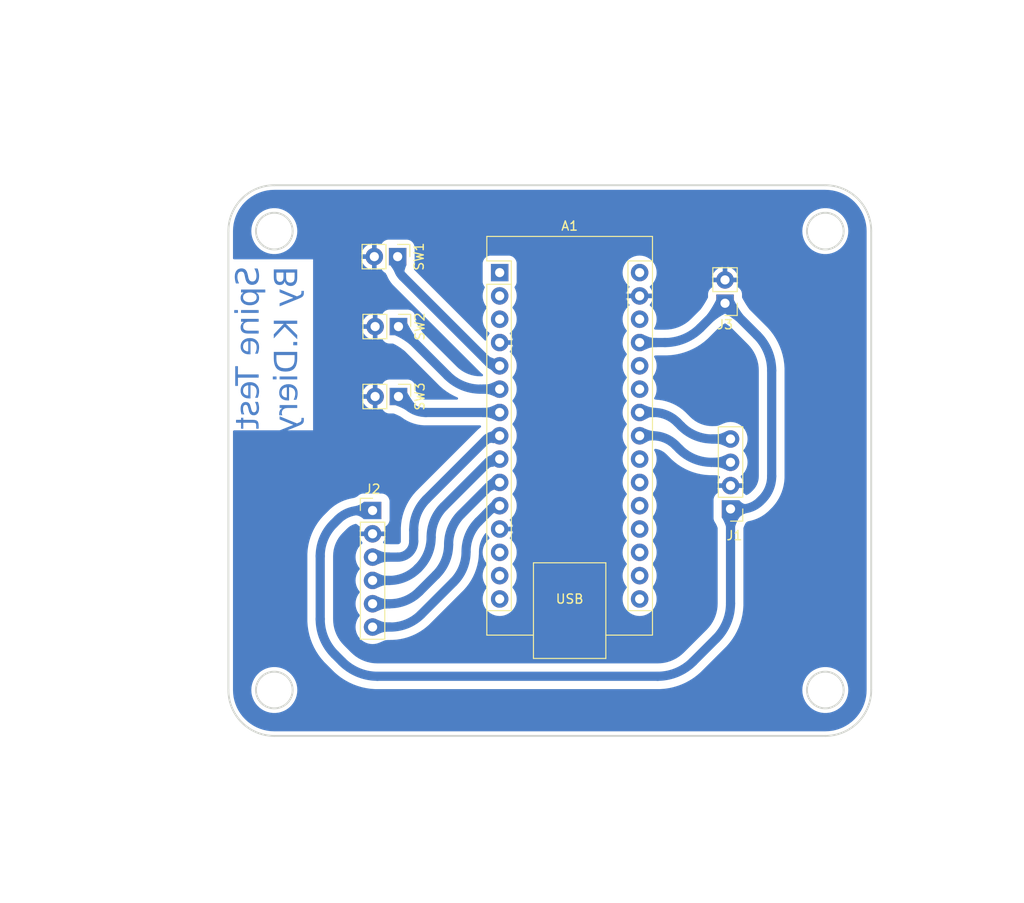
<source format=kicad_pcb>
(kicad_pcb (version 20240108) (generator "pcbnew") (generator_version "8.0")
  (layers (0 "F.Cu" signal) (31 "B.Cu" signal) (34 "B.Paste" user) (35 "F.Paste" user) (36 "B.SilkS" user "B.Silkscreen") (37 "F.SilkS" user "F.Silkscreen") (38 "B.Mask" user) (39 "F.Mask" user) (44 "Edge.Cuts" user))
  (net 0 "")
  (net 1 "/SCL")
  (net 2 "/SDA")
  (net 3 "+5V")
  (net 7 "/1CLK")
  (net 10 "/SW1")
  (net 11 "/2DAT")
  (net 14 "+3.3V")
  (net 15 "/1DAT")
  (net 16 "/2CLK")
  (net 24 "GND")
  (net 26 "/SW3")
  (net 27 "/SW2")
  (footprint "Connector_PinHeader_2.54mm:PinHeader_1x02_P2.54mm_Vertical" (layer "F.Cu") (at 116.84 86.36 -90)
    (property "Reference" "SW3" (at 0 -2.33 90) (layer "F.SilkS"))
    (property "Value" "Conn_01x02")
    (fp_line (start -1.33 3.87) (end 1.33 3.87) (stroke (width 0.12)) (layer "F.SilkS"))
    (fp_line (start -1.33 1.27) (end -1.33 3.87) (stroke (width 0.12)) (layer "F.SilkS"))
    (fp_line (start -1.33 1.27) (end 1.33 1.27) (stroke (width 0.12)) (layer "F.SilkS"))
    (fp_line (start 1.33 1.27) (end 1.33 3.87) (stroke (width 0.12)) (layer "F.SilkS"))
    (fp_line (start -1.33 0) (end -1.33 -1.33) (stroke (width 0.12)) (layer "F.SilkS"))
    (fp_line (start -1.33 -1.33) (end 0 -1.33) (stroke (width 0.12)) (layer "F.SilkS"))
    (pad "1" thru_hole rect (at 0 0 270) (size 1.9 1.9) (drill 1) (layers "*.Cu" "*.Mask") (net 26 "/SW3"))
    (pad "2" thru_hole oval (at 0 2.54 270) (size 1.9 1.9) (drill 1) (layers "*.Cu" "*.Mask") (net 24 "GND"))
  )
  (footprint "Module:Arduino_Nano" (layer "F.Cu") (at 127.86 72.86)
    (property "Reference" "A1" (at 7.62 -5.08 0) (layer "F.SilkS"))
    (property "Value" "Arduino_Nano_v3.x")
    (fp_line (start -1.4 -3.94) (end -1.4 -1.27) (stroke (width 0.12)) (layer "F.SilkS"))
    (fp_line (start -1.4 1.27) (end -1.4 39.5) (stroke (width 0.12)) (layer "F.SilkS"))
    (fp_line (start -1.4 39.5) (end 3.68 39.5) (stroke (width 0.12)) (layer "F.SilkS"))
    (fp_line (start 1.27 -1.27) (end -1.4 -1.27) (stroke (width 0.12)) (layer "F.SilkS"))
    (fp_line (start 1.27 1.27) (end -1.4 1.27) (stroke (width 0.12)) (layer "F.SilkS"))
    (fp_line (start 1.27 1.27) (end 1.27 -1.27) (stroke (width 0.12)) (layer "F.SilkS"))
    (fp_line (start 1.27 1.27) (end 1.27 36.83) (stroke (width 0.12)) (layer "F.SilkS"))
    (fp_line (start 1.27 36.83) (end -1.4 36.83) (stroke (width 0.12)) (layer "F.SilkS"))
    (fp_line (start 3.68 31.62) (end 11.56 31.62) (stroke (width 0.12)) (layer "F.SilkS"))
    (fp_line (start 3.68 42.04) (end 3.68 31.62) (stroke (width 0.12)) (layer "F.SilkS"))
    (fp_line (start 11.56 31.62) (end 11.56 42.04) (stroke (width 0.12)) (layer "F.SilkS"))
    (fp_line (start 11.56 42.04) (end 3.68 42.04) (stroke (width 0.12)) (layer "F.SilkS"))
    (fp_line (start 13.97 -1.27) (end 13.97 36.83) (stroke (width 0.12)) (layer "F.SilkS"))
    (fp_line (start 13.97 -1.27) (end 16.64 -1.27) (stroke (width 0.12)) (layer "F.SilkS"))
    (fp_line (start 13.97 36.83) (end 16.64 36.83) (stroke (width 0.12)) (layer "F.SilkS"))
    (fp_line (start 16.64 -3.94) (end -1.4 -3.94) (stroke (width 0.12)) (layer "F.SilkS"))
    (fp_line (start 16.64 39.5) (end 11.56 39.5) (stroke (width 0.12)) (layer "F.SilkS"))
    (fp_line (start 16.64 39.5) (end 16.64 -3.94) (stroke (width 0.12)) (layer "F.SilkS"))
    (fp_text user "USB" (at 7.62 35.56 0) (layer "F.SilkS"))
    (pad "1" thru_hole rect (at 0 0) (size 1.9 1.9) (drill 1) (layers "*.Cu" "*.Mask"))
    (pad "2" thru_hole oval (at 0 2.54) (size 1.9 1.9) (drill 1) (layers "*.Cu" "*.Mask"))
    (pad "3" thru_hole oval (at 0 5.08) (size 1.9 1.9) (drill 1) (layers "*.Cu" "*.Mask"))
    (pad "4" thru_hole oval (at 0 7.62) (size 1.9 1.9) (drill 1) (layers "*.Cu" "*.Mask") (net 24 "GND"))
    (pad "5" thru_hole oval (at 0 10.16) (size 1.9 1.9) (drill 1) (layers "*.Cu" "*.Mask") (net 10 "/SW1"))
    (pad "6" thru_hole oval (at 0 12.7) (size 1.9 1.9) (drill 1) (layers "*.Cu" "*.Mask") (net 27 "/SW2"))
    (pad "7" thru_hole oval (at 0 15.24) (size 1.9 1.9) (drill 1) (layers "*.Cu" "*.Mask") (net 26 "/SW3"))
    (pad "8" thru_hole oval (at 0 17.78) (size 1.9 1.9) (drill 1) (layers "*.Cu" "*.Mask") (net 7 "/1CLK"))
    (pad "9" thru_hole oval (at 0 20.32) (size 1.9 1.9) (drill 1) (layers "*.Cu" "*.Mask") (net 15 "/1DAT"))
    (pad "10" thru_hole oval (at 0 22.86) (size 1.9 1.9) (drill 1) (layers "*.Cu" "*.Mask") (net 16 "/2CLK"))
    (pad "11" thru_hole oval (at 0 25.4) (size 1.9 1.9) (drill 1) (layers "*.Cu" "*.Mask") (net 11 "/2DAT"))
    (pad "12" thru_hole oval (at 0 27.94) (size 1.9 1.9) (drill 1) (layers "*.Cu" "*.Mask") (net 24 "GND"))
    (pad "13" thru_hole oval (at 0 30.48) (size 1.9 1.9) (drill 1) (layers "*.Cu" "*.Mask"))
    (pad "14" thru_hole oval (at 0 33.02) (size 1.9 1.9) (drill 1) (layers "*.Cu" "*.Mask"))
    (pad "15" thru_hole oval (at 0 35.56) (size 1.9 1.9) (drill 1) (layers "*.Cu" "*.Mask"))
    (pad "16" thru_hole oval (at 15.24 35.56) (size 1.9 1.9) (drill 1) (layers "*.Cu" "*.Mask"))
    (pad "17" thru_hole oval (at 15.24 33.02) (size 1.9 1.9) (drill 1) (layers "*.Cu" "*.Mask") (net 14 "+3.3V"))
    (pad "18" thru_hole oval (at 15.24 30.48) (size 1.9 1.9) (drill 1) (layers "*.Cu" "*.Mask"))
    (pad "19" thru_hole oval (at 15.24 27.94) (size 1.9 1.9) (drill 1) (layers "*.Cu" "*.Mask"))
    (pad "20" thru_hole oval (at 15.24 25.4) (size 1.9 1.9) (drill 1) (layers "*.Cu" "*.Mask"))
    (pad "21" thru_hole oval (at 15.24 22.86) (size 1.9 1.9) (drill 1) (layers "*.Cu" "*.Mask"))
    (pad "22" thru_hole oval (at 15.24 20.32) (size 1.9 1.9) (drill 1) (layers "*.Cu" "*.Mask"))
    (pad "23" thru_hole oval (at 15.24 17.78) (size 1.9 1.9) (drill 1) (layers "*.Cu" "*.Mask") (net 2 "/SDA"))
    (pad "24" thru_hole oval (at 15.24 15.24) (size 1.9 1.9) (drill 1) (layers "*.Cu" "*.Mask") (net 1 "/SCL"))
    (pad "25" thru_hole oval (at 15.24 12.7) (size 1.9 1.9) (drill 1) (layers "*.Cu" "*.Mask"))
    (pad "26" thru_hole oval (at 15.24 10.16) (size 1.9 1.9) (drill 1) (layers "*.Cu" "*.Mask"))
    (pad "27" thru_hole oval (at 15.24 7.62) (size 1.9 1.9) (drill 1) (layers "*.Cu" "*.Mask") (net 3 "+5V"))
    (pad "28" thru_hole oval (at 15.24 5.08) (size 1.9 1.9) (drill 1) (layers "*.Cu" "*.Mask"))
    (pad "29" thru_hole oval (at 15.24 2.54) (size 1.9 1.9) (drill 1) (layers "*.Cu" "*.Mask") (net 24 "GND"))
    (pad "30" thru_hole oval (at 15.24 0) (size 1.9 1.9) (drill 1) (layers "*.Cu" "*.Mask"))
  )
  (footprint "Connector_PinHeader_2.54mm:PinHeader_1x06_P2.54mm_Vertical" (layer "F.Cu") (at 114.02 98.78)
    (property "Reference" "J2" (at 0 -2.33 0) (layer "F.SilkS"))
    (property "Value" "Conn_01x06")
    (fp_line (start -1.33 -1.33) (end 0 -1.33) (stroke (width 0.12)) (layer "F.SilkS"))
    (fp_line (start -1.33 0) (end -1.33 -1.33) (stroke (width 0.12)) (layer "F.SilkS"))
    (fp_line (start -1.33 1.27) (end -1.33 14.03) (stroke (width 0.12)) (layer "F.SilkS"))
    (fp_line (start -1.33 1.27) (end 1.33 1.27) (stroke (width 0.12)) (layer "F.SilkS"))
    (fp_line (start -1.33 14.03) (end 1.33 14.03) (stroke (width 0.12)) (layer "F.SilkS"))
    (fp_line (start 1.33 1.27) (end 1.33 14.03) (stroke (width 0.12)) (layer "F.SilkS"))
    (pad "1" thru_hole rect (at 0 0) (size 1.9 1.9) (drill 1) (layers "*.Cu" "*.Mask") (net 3 "+5V"))
    (pad "2" thru_hole oval (at 0 2.54) (size 1.9 1.9) (drill 1) (layers "*.Cu" "*.Mask") (net 24 "GND"))
    (pad "3" thru_hole oval (at 0 5.08) (size 1.9 1.9) (drill 1) (layers "*.Cu" "*.Mask") (net 7 "/1CLK"))
    (pad "4" thru_hole oval (at 0 7.62) (size 1.9 1.9) (drill 1) (layers "*.Cu" "*.Mask") (net 15 "/1DAT"))
    (pad "5" thru_hole oval (at 0 10.16) (size 1.9 1.9) (drill 1) (layers "*.Cu" "*.Mask") (net 16 "/2CLK"))
    (pad "6" thru_hole oval (at 0 12.7) (size 1.9 1.9) (drill 1) (layers "*.Cu" "*.Mask") (net 11 "/2DAT"))
  )
  (footprint "Connector_PinHeader_2.54mm:PinHeader_1x02_P2.54mm_Vertical" (layer "F.Cu") (at 152.4 76.2 180)
    (property "Reference" "J3" (at 0 -2.33 180) (layer "F.SilkS"))
    (property "Value" "Conn_01x02")
    (fp_line (start 1.33 1.27) (end 1.33 3.87) (stroke (width 0.12)) (layer "F.SilkS"))
    (fp_line (start -1.33 3.87) (end 1.33 3.87) (stroke (width 0.12)) (layer "F.SilkS"))
    (fp_line (start -1.33 1.27) (end 1.33 1.27) (stroke (width 0.12)) (layer "F.SilkS"))
    (fp_line (start -1.33 1.27) (end -1.33 3.87) (stroke (width 0.12)) (layer "F.SilkS"))
    (fp_line (start -1.33 0) (end -1.33 -1.33) (stroke (width 0.12)) (layer "F.SilkS"))
    (fp_line (start -1.33 -1.33) (end 0 -1.33) (stroke (width 0.12)) (layer "F.SilkS"))
    (pad "1" thru_hole rect (at 0 0 180) (size 1.9 1.9) (drill 1) (layers "*.Cu" "*.Mask") (net 3 "+5V"))
    (pad "2" thru_hole oval (at 0 2.54 180) (size 1.9 1.9) (drill 1) (layers "*.Cu" "*.Mask") (net 24 "GND"))
  )
  (footprint "Connector_PinHeader_2.54mm:PinHeader_1x02_P2.54mm_Vertical" (layer "F.Cu") (at 116.75 71.12 -90)
    (property "Reference" "SW1" (at 0 -2.33 90) (layer "F.SilkS"))
    (property "Value" "Conn_01x02")
    (fp_line (start -1.33 3.87) (end 1.33 3.87) (stroke (width 0.12)) (layer "F.SilkS"))
    (fp_line (start -1.33 1.27) (end -1.33 3.87) (stroke (width 0.12)) (layer "F.SilkS"))
    (fp_line (start -1.33 1.27) (end 1.33 1.27) (stroke (width 0.12)) (layer "F.SilkS"))
    (fp_line (start 1.33 1.27) (end 1.33 3.87) (stroke (width 0.12)) (layer "F.SilkS"))
    (fp_line (start -1.33 0) (end -1.33 -1.33) (stroke (width 0.12)) (layer "F.SilkS"))
    (fp_line (start -1.33 -1.33) (end 0 -1.33) (stroke (width 0.12)) (layer "F.SilkS"))
    (pad "1" thru_hole rect (at 0 0 270) (size 1.9 1.9) (drill 1) (layers "*.Cu" "*.Mask") (net 10 "/SW1"))
    (pad "2" thru_hole oval (at 0 2.54 270) (size 1.9 1.9) (drill 1) (layers "*.Cu" "*.Mask") (net 24 "GND"))
  )
  (footprint "Connector_PinHeader_2.54mm:PinHeader_1x02_P2.54mm_Vertical" (layer "F.Cu") (at 116.84 78.74 -90)
    (property "Reference" "SW2" (at 0 -2.33 90) (layer "F.SilkS"))
    (property "Value" "Conn_01x02")
    (fp_line (start -1.33 3.87) (end 1.33 3.87) (stroke (width 0.12)) (layer "F.SilkS"))
    (fp_line (start -1.33 1.27) (end -1.33 3.87) (stroke (width 0.12)) (layer "F.SilkS"))
    (fp_line (start -1.33 1.27) (end 1.33 1.27) (stroke (width 0.12)) (layer "F.SilkS"))
    (fp_line (start 1.33 1.27) (end 1.33 3.87) (stroke (width 0.12)) (layer "F.SilkS"))
    (fp_line (start -1.33 0) (end -1.33 -1.33) (stroke (width 0.12)) (layer "F.SilkS"))
    (fp_line (start -1.33 -1.33) (end 0 -1.33) (stroke (width 0.12)) (layer "F.SilkS"))
    (pad "1" thru_hole rect (at 0 0 270) (size 1.9 1.9) (drill 1) (layers "*.Cu" "*.Mask") (net 27 "/SW2"))
    (pad "2" thru_hole oval (at 0 2.54 270) (size 1.9 1.9) (drill 1) (layers "*.Cu" "*.Mask") (net 24 "GND"))
  )
  (footprint "Connector_PinHeader_2.54mm:PinHeader_1x04_P2.54mm_Vertical" (layer "F.Cu") (at 153 98.61 180)
    (property "Reference" "J1" (at -0.42 -2.9 180) (layer "F.SilkS"))
    (property "Value" "Conn_01x04")
    (fp_line (start 1.33 1.27) (end 1.33 8.95) (stroke (width 0.12)) (layer "F.SilkS"))
    (fp_line (start -1.33 8.95) (end 1.33 8.95) (stroke (width 0.12)) (layer "F.SilkS"))
    (fp_line (start -1.33 1.27) (end 1.33 1.27) (stroke (width 0.12)) (layer "F.SilkS"))
    (fp_line (start -1.33 1.27) (end -1.33 8.95) (stroke (width 0.12)) (layer "F.SilkS"))
    (fp_line (start -1.33 0) (end -1.33 -1.33) (stroke (width 0.12)) (layer "F.SilkS"))
    (fp_line (start -1.33 -1.33) (end 0 -1.33) (stroke (width 0.12)) (layer "F.SilkS"))
    (pad "1" thru_hole rect (at 0 0 180) (size 1.9 1.9) (drill 1) (layers "*.Cu" "*.Mask") (net 3 "+5V"))
    (pad "2" thru_hole oval (at 0 2.54 180) (size 1.9 1.9) (drill 1) (layers "*.Cu" "*.Mask") (net 24 "GND"))
    (pad "3" thru_hole oval (at 0 5.08 180) (size 1.9 1.9) (drill 1) (layers "*.Cu" "*.Mask") (net 2 "/SDA"))
    (pad "4" thru_hole oval (at 0 7.62 180) (size 1.9 1.9) (drill 1) (layers "*.Cu" "*.Mask") (net 1 "/SCL"))
  )
  (gr_line (start 168.32 118.34) (end 168.32 68.34) (stroke (width 0.2)) (layer "Edge.Cuts"))
  (gr_line (start 163.32 63.34) (end 103.32 63.34) (stroke (width 0.2)) (layer "Edge.Cuts"))
  (gr_circle (center 103.32 68.34) (end 105.32 68.34) (stroke (width 0.2)) (fill none) (layer "Edge.Cuts"))
  (gr_arc (start 168.32 118.34) (mid 166.855534 121.875534) (end 163.32 123.34) (stroke (width 0.2)) (layer "Edge.Cuts"))
  (gr_line (start 98.32 68.34) (end 98.32 118.34) (stroke (width 0.2)) (layer "Edge.Cuts"))
  (gr_line (start 103.32 123.34) (end 163.32 123.34) (stroke (width 0.2)) (layer "Edge.Cuts"))
  (gr_arc (start 103.32 123.34) (mid 99.784466 121.875534) (end 98.32 118.34) (stroke (width 0.2)) (layer "Edge.Cuts"))
  (gr_circle (center 163.32 68.34) (end 165.32 68.34) (stroke (width 0.2)) (fill none) (layer "Edge.Cuts"))
  (gr_arc (start 98.32 68.34) (mid 99.784466 64.804466) (end 103.32 63.34) (stroke (width 0.2)) (layer "Edge.Cuts"))
  (gr_circle (center 103.32 118.34) (end 105.32 118.34) (stroke (width 0.2)) (fill none) (layer "Edge.Cuts"))
  (gr_arc (start 163.32 63.34) (mid 166.855534 64.804466) (end 168.32 68.34) (stroke (width 0.2)) (layer "Edge.Cuts"))
  (gr_circle (center 163.32 118.34) (end 165.32 118.34) (stroke (width 0.2)) (fill none) (layer "Edge.Cuts"))
  (gr_text "Spine Tester\nBy K.Dieryck" (at 106.24 72.17 90) (layer "B.Cu") (effects (font (size 2.5 2.5)) (justify left bottom mirror)))
  (segment (start 144.618503 88.1) (end 143.1 88.1) (width 1) (layer "B.Cu") (net 1))
  (segment (start 147.62234 89.585334) (end 147.210749 89.173743) (width 1) (layer "B.Cu") (net 1))
  (segment (start 151.013503 90.99) (end 153 90.99) (width 1) (layer "B.Cu") (net 1))
  (arc (start 147.62234 89.585334) (mid 149.178218 90.624939) (end 151.013503 90.99) (width 1) (layer "B.Cu") (net 1))
  (arc (start 147.210749 89.173743) (mid 146.021416 88.379056) (end 144.618503 88.1) (width 1) (layer "B.Cu") (net 1))
  (segment (start 150.923538 93.53) (end 153 93.53) (width 1) (layer "B.Cu") (net 2))
  (segment (start 144.545 90.64) (end 143.1 90.64) (width 1) (layer "B.Cu") (net 2))
  (segment (start 147.435 92.085) (end 147.011769 91.661769) (width 1) (layer "B.Cu") (net 2))
  (arc (start 147.435 92.085) (mid 149.035554 93.154456) (end 150.923538 93.53) (width 1) (layer "B.Cu") (net 2))
  (arc (start 147.011769 91.661769) (mid 145.880005 90.905549) (end 144.545 90.64) (width 1) (layer "B.Cu") (net 2))
  (segment (start 109.774999 100.234999) (end 110.243586 99.766413) (width 1) (layer "B.Cu") (net 3))
  (segment (start 151.406207 112.753792) (end 148.913792 115.246207) (width 1) (layer "B.Cu") (net 3))
  (segment (start 154.195 98.61) (end 153 98.61) (width 1) (layer "B.Cu") (net 3))
  (segment (start 109.913792 114.463792) (end 110.696207 115.246207) (width 1) (layer "B.Cu") (net 3))
  (segment (start 153 108.906036) (end 153 98.61) (width 1) (layer "B.Cu") (net 3))
  (segment (start 145.066036 116.84) (end 114.543963 116.84) (width 1) (layer "B.Cu") (net 3))
  (segment (start 108.32 103.74768) (end 108.32 110.616036) (width 1) (layer "B.Cu") (net 3))
  (segment (start 152.4 76.2) (end 149.713792 78.886207) (width 1) (layer "B.Cu") (net 3))
  (segment (start 112.625 98.78) (end 114.02 98.78) (width 1) (layer "B.Cu") (net 3))
  (segment (start 145.866036 80.48) (end 143.1 80.48) (width 1) (layer "B.Cu") (net 3))
  (segment (start 157.48 95.042146) (end 157.48 83.533963) (width 1) (layer "B.Cu") (net 3))
  (segment (start 156.234992 97.765007) (end 156.435 97.565) (width 1) (layer "B.Cu") (net 3))
  (segment (start 152.4 76.2) (end 155.886207 79.686207) (width 1) (layer "B.Cu") (net 3))
  (arc (start 156.234992 97.765007) (mid 155.299035 98.390393) (end 154.195 98.61) (width 1) (layer "B.Cu") (net 3))
  (arc (start 112.625 98.78) (mid 111.336188 99.03636) (end 110.243586 99.766413) (width 1) (layer "B.Cu") (net 3))
  (arc (start 155.886207 79.686207) (mid 157.065786 81.451572) (end 157.48 83.533963) (width 1) (layer "B.Cu") (net 3))
  (arc (start 149.713792 78.886207) (mid 147.948426 80.065786) (end 145.866036 80.48) (width 1) (layer "B.Cu") (net 3))
  (arc (start 153 108.906036) (mid 152.585786 110.988426) (end 151.406207 112.753792) (width 1) (layer "B.Cu") (net 3))
  (arc (start 157.48 95.042146) (mid 157.208413 96.407504) (end 156.435 97.565) (width 1) (layer "B.Cu") (net 3))
  (arc (start 108.32 110.616036) (mid 108.734213 112.698426) (end 109.913792 114.463792) (width 1) (layer "B.Cu") (net 3))
  (arc (start 148.913792 115.246207) (mid 147.148426 116.425786) (end 145.066036 116.84) (width 1) (layer "B.Cu") (net 3))
  (arc (start 110.696207 115.246207) (mid 112.461572 116.425786) (end 114.543963 116.84) (width 1) (layer "B.Cu") (net 3))
  (arc (start 109.774999 100.234999) (mid 108.698141 101.846631) (end 108.32 103.74768) (width 1) (layer "B.Cu") (net 3))
  (segment (start 127.331497 90.64) (end 127.86 90.64) (width 1) (layer "B.Cu") (net 7))
  (segment (start 116.774084 103.86) (end 114.02 103.86) (width 1) (layer "B.Cu") (net 7))
  (segment (start 118.5 102.134084) (end 118.5 100.895988) (width 1) (layer "B.Cu") (net 7))
  (segment (start 126.429285 91.013708) (end 119.880975 97.562018) (width 1) (layer "B.Cu") (net 7))
  (arc (start 127.331497 90.64) (mid 126.843223 90.737123) (end 126.429285 91.013708) (width 1) (layer "B.Cu") (net 7))
  (arc (start 117.994491 103.354491) (mid 117.434563 103.728622) (end 116.774084 103.86) (width 1) (layer "B.Cu") (net 7))
  (arc (start 119.880975 97.562018) (mid 118.858903 99.091656) (end 118.5 100.895988) (width 1) (layer "B.Cu") (net 7))
  (arc (start 118.5 102.134084) (mid 118.368622 102.794563) (end 117.994491 103.354491) (width 1) (layer "B.Cu") (net 7))
  (segment (start 116.75 71.926) (end 116.75 71.12) (width 1) (layer "B.Cu") (net 10))
  (segment (start 127.449 83.02) (end 127.86 83.02) (width 1) (layer "B.Cu") (net 10))
  (segment (start 117.319928 73.301928) (end 126.747379 82.729379) (width 1) (layer "B.Cu") (net 10))
  (arc (start 116.75 71.926) (mid 116.898119 72.670646) (end 117.319928 73.301928) (width 1) (layer "B.Cu") (net 10))
  (arc (start 126.747379 82.729379) (mid 127.069285 82.94447) (end 127.449 83.02) (width 1) (layer "B.Cu") (net 10))
  (segment (start 127.086755 98.461974) (end 125.565165 99.983564) (width 1) (layer "B.Cu") (net 11))
  (segment (start 115.975 111.48) (end 114.02 111.48) (width 1) (layer "B.Cu") (net 11))
  (segment (start 127.574365 98.26) (end 127.86 98.26) (width 1) (layer "B.Cu") (net 11))
  (segment (start 122.834834 106.575164) (end 119.312393 110.097606) (width 1) (layer "B.Cu") (net 11))
  (arc (start 124.2 103.279365) (mid 123.845204 105.063038) (end 122.834834 106.575164) (width 1) (layer "B.Cu") (net 11))
  (arc (start 119.312393 110.097606) (mid 117.781184 111.120727) (end 115.975 111.48) (width 1) (layer "B.Cu") (net 11))
  (arc (start 127.574365 98.26) (mid 127.310472 98.312491) (end 127.086755 98.461974) (width 1) (layer "B.Cu") (net 11))
  (arc (start 125.565165 99.983564) (mid 124.554794 101.49569) (end 124.2 103.279365) (width 1) (layer "B.Cu") (net 11))
  (segment (start 126.628266 93.501733) (end 121.780975 98.349024) (width 1) (layer "B.Cu") (net 15))
  (segment (start 118.914432 105.121554) (end 119.019024 105.016963) (width 1) (layer "B.Cu") (net 15))
  (segment (start 127.405 93.18) (end 127.86 93.18) (width 1) (layer "B.Cu") (net 15))
  (segment (start 115.827994 106.4) (end 114.02 106.4) (width 1) (layer "B.Cu") (net 15))
  (arc (start 120.4 101.682994) (mid 120.041096 103.487325) (end 119.019024 105.016963) (width 1) (layer "B.Cu") (net 15))
  (arc (start 127.405 93.18) (mid 126.984634 93.263615) (end 126.628266 93.501733) (width 1) (layer "B.Cu") (net 15))
  (arc (start 121.780975 98.349024) (mid 120.758903 99.878662) (end 120.4 101.682994) (width 1) (layer "B.Cu") (net 15))
  (arc (start 118.914432 105.121554) (mid 117.498362 106.067742) (end 115.827994 106.4) (width 1) (layer "B.Cu") (net 15))
  (segment (start 115.901497 108.94) (end 114.02 108.94) (width 1) (layer "B.Cu") (net 16))
  (segment (start 119.113413 107.60958) (end 120.934834 105.788159) (width 1) (layer "B.Cu") (net 16))
  (segment (start 127.500862 95.72) (end 127.86 95.72) (width 1) (layer "B.Cu") (net 16))
  (segment (start 126.887775 95.973948) (end 123.665165 99.196558) (width 1) (layer "B.Cu") (net 16))
  (arc (start 123.665165 99.196558) (mid 122.654794 100.708684) (end 122.3 102.492359) (width 1) (layer "B.Cu") (net 16))
  (arc (start 119.113413 107.60958) (mid 117.639773 108.594235) (end 115.901497 108.94) (width 1) (layer "B.Cu") (net 16))
  (arc (start 127.500862 95.72) (mid 127.169061 95.785998) (end 126.887775 95.973948) (width 1) (layer "B.Cu") (net 16))
  (arc (start 122.3 102.492359) (mid 121.945204 104.276033) (end 120.934834 105.788159) (width 1) (layer "B.Cu") (net 16))
  (segment (start 117.71 87.23) (end 116.84 86.36) (width 1) (layer "B.Cu") (net 26))
  (segment (start 119.810365 88.1) (end 127.86 88.1) (width 1) (layer "B.Cu") (net 26))
  (arc (start 117.71 87.23) (mid 118.673655 87.873894) (end 119.810365 88.1) (width 1) (layer "B.Cu") (net 26))
  (segment (start 125.76 85.56) (end 127.86 85.56) (width 1) (layer "B.Cu") (net 27))
  (segment (start 122.175075 84.075075) (end 116.84 78.74) (width 1) (layer "B.Cu") (net 27))
  (arc (start 122.175075 84.075075) (mid 123.819852 85.17408) (end 125.76 85.56) (width 1) (layer "B.Cu") (net 27))
  (zone (net 24) (net_name "GND") (layer "B.Cu") (connect_pads (clearance 0.5)) (min_thickness 0.25) (fill yes (thermal_gap 0.5) (thermal_bridge_width 0.5))
    (polygon (pts (xy 73.45 44.38) (xy 184.96 43.16) (xy 183.98 141.24) (xy 75.14 141.55)))
  )
)
</source>
